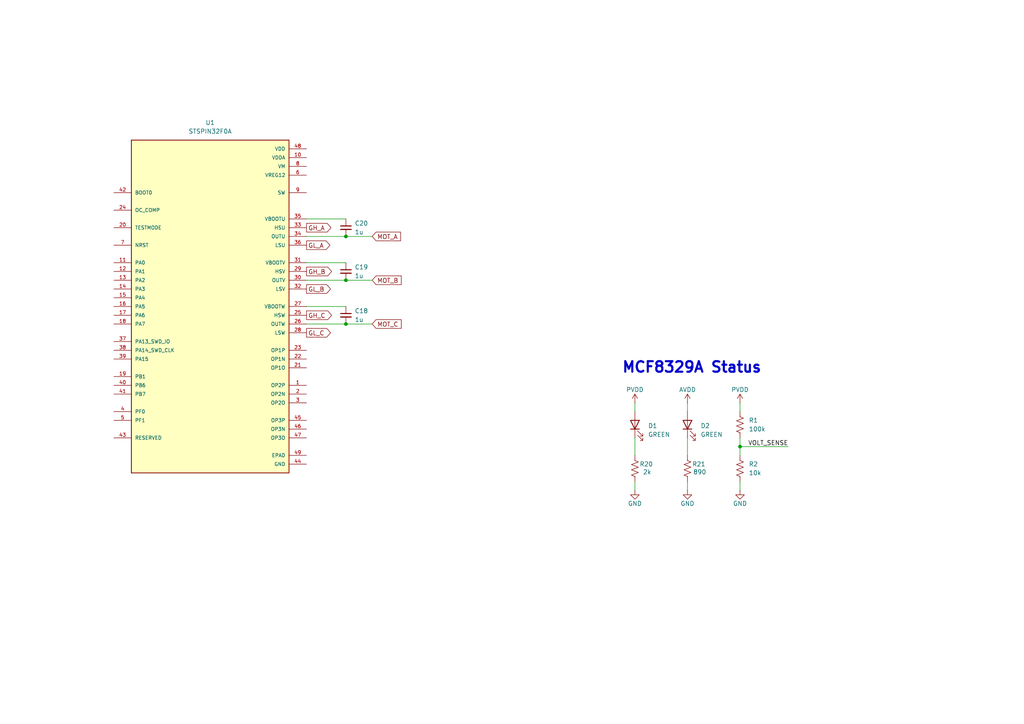
<source format=kicad_sch>
(kicad_sch (version 20231120) (generator "eeschema") (generator_version "8.0")
  (paper "A4")
  (title_block (title "Easy BLDC") (date "2024-08-06") (rev "2.0") (company "Peter Buckley Engineering"))
  (lib_symbols
    (symbol "Device:C_Small" (pin_numbers hide) (pin_names (offset 0.254) hide)
      (property "Reference" "C" (at 0.254 1.778 0))
      (property "Value" "C_Small" (at 0.254 -2.032 0))
      (symbol "C_Small_0_1"
        (polyline (pts (xy -1.524 -0.508) (xy 1.524 -0.508)) (stroke (width 0.3302)))
        (polyline (pts (xy -1.524 0.508) (xy 1.524 0.508)) (stroke (width 0.3048)))
      )
      (symbol "C_Small_1_1"
        (pin passive line (at 0 2.54 270) (length 2.032) (name "~") (number "1"))
        (pin passive line (at 0 -2.54 90) (length 2.032) (name "~") (number "2"))
      )
    )
    (symbol "Device:LED" (pin_numbers hide) (pin_names (offset 1.016) hide)
      (property "Reference" "D" (at 0 2.54 0))
      (property "Value" "LED" (at 0 -2.54 0))
      (symbol "LED_0_1"
        (polyline (pts (xy -1.27 -1.27) (xy -1.27 1.27)) (stroke (width 0.254)))
        (polyline (pts (xy -1.27 0) (xy 1.27 0)))
        (polyline (pts (xy 1.27 -1.27) (xy 1.27 1.27) (xy -1.27 0) (xy 1.27 -1.27)) (stroke (width 0.254)))
        (polyline (pts (xy -3.048 -0.762) (xy -4.572 -2.286) (xy -3.81 -2.286) (xy -4.572 -2.286) (xy -4.572 -1.524)))
        (polyline (pts (xy -1.778 -0.762) (xy -3.302 -2.286) (xy -2.54 -2.286) (xy -3.302 -2.286) (xy -3.302 -1.524)))
      )
      (symbol "LED_1_1"
        (pin passive line (at -3.81 0 0) (length 2.54) (name "K") (number "1"))
        (pin passive line (at 3.81 0 180) (length 2.54) (name "A") (number "2"))
      )
    )
    (symbol "Device:R_US" (pin_numbers hide) (pin_names (offset 0))
      (property "Reference" "R" (at 2.54 0 90))
      (property "Value" "R_US" (at -2.54 0 90))
      (symbol "R_US_0_1"
        (polyline (pts (xy 0 -2.286) (xy 0 -2.54)))
        (polyline (pts (xy 0 2.286) (xy 0 2.54)))
        (polyline (pts (xy 0 -0.762) (xy 1.016 -1.143) (xy 0 -1.524) (xy -1.016 -1.905) (xy 0 -2.286)))
        (polyline (pts (xy 0 0.762) (xy 1.016 0.381) (xy 0 0) (xy -1.016 -0.381) (xy 0 -0.762)))
        (polyline (pts (xy 0 2.286) (xy 1.016 1.905) (xy 0 1.524) (xy -1.016 1.143) (xy 0 0.762)))
      )
      (symbol "R_US_1_1"
        (pin passive line (at 0 3.81 270) (length 1.27) (name "~") (number "1"))
        (pin passive line (at 0 -3.81 90) (length 1.27) (name "~") (number "2"))
      )
    )
    (symbol "EasyBLDC:STSPIN32F0A" (pin_names (offset 1.016))
      (property "Reference" "U" (at -22.86 49.53 0))
      (property "Value" "STSPIN32F0A" (at -22.86 -49.53 0))
      (symbol "STSPIN32F0A_0_0"
        (rectangle (start -22.86 -48.26) (end 22.86 48.26) (stroke (width 0.254)) (fill (type background)))
        (pin input line (at 27.94 -22.86 180) (length 5.08) (name "OP2P") (number "1"))
        (pin power_in line (at 27.94 43.18 180) (length 5.08) (name "VDDA") (number "10"))
        (pin bidirectional line (at -27.94 12.7 0) (length 5.08) (name "PA0") (number "11"))
        (pin bidirectional line (at -27.94 10.16 0) (length 5.08) (name "PA1") (number "12"))
        (pin bidirectional line (at -27.94 7.62 0) (length 5.08) (name "PA2") (number "13"))
        (pin bidirectional line (at -27.94 5.08 0) (length 5.08) (name "PA3") (number "14"))
        (pin bidirectional line (at -27.94 2.54 0) (length 5.08) (name "PA4") (number "15"))
        (pin bidirectional line (at -27.94 0 0) (length 5.08) (name "PA5") (number "16"))
        (pin bidirectional line (at -27.94 -2.54 0) (length 5.08) (name "PA6") (number "17"))
        (pin bidirectional line (at -27.94 -5.08 0) (length 5.08) (name "PA7") (number "18"))
        (pin bidirectional line (at -27.94 -20.32 0) (length 5.08) (name "PB1") (number "19"))
        (pin input line (at 27.94 -25.4 180) (length 5.08) (name "OP2N") (number "2"))
        (pin input line (at -27.94 22.86 0) (length 5.08) (name "TESTMODE") (number "20"))
        (pin output line (at 27.94 -17.78 180) (length 5.08) (name "OP1O") (number "21"))
        (pin input line (at 27.94 -15.24 180) (length 5.08) (name "OP1N") (number "22"))
        (pin input line (at 27.94 -12.7 180) (length 5.08) (name "OP1P") (number "23"))
        (pin input line (at -27.94 27.94 0) (length 5.08) (name "OC_COMP") (number "24"))
        (pin output line (at 27.94 -2.54 180) (length 5.08) (name "HSW") (number "25"))
        (pin output line (at 27.94 -5.08 180) (length 5.08) (name "OUTW") (number "26"))
        (pin power_in line (at 27.94 0 180) (length 5.08) (name "VBOOTW") (number "27"))
        (pin output line (at 27.94 -7.62 180) (length 5.08) (name "LSW") (number "28"))
        (pin output line (at 27.94 10.16 180) (length 5.08) (name "HSV") (number "29"))
        (pin output line (at 27.94 -27.94 180) (length 5.08) (name "OP2O") (number "3"))
        (pin output line (at 27.94 7.62 180) (length 5.08) (name "OUTV") (number "30"))
        (pin power_in line (at 27.94 12.7 180) (length 5.08) (name "VBOOTV") (number "31"))
        (pin output line (at 27.94 5.08 180) (length 5.08) (name "LSV") (number "32"))
        (pin output line (at 27.94 22.86 180) (length 5.08) (name "HSU") (number "33"))
        (pin output line (at 27.94 20.32 180) (length 5.08) (name "OUTU") (number "34"))
        (pin power_in line (at 27.94 25.4 180) (length 5.08) (name "VBOOTU") (number "35"))
        (pin output line (at 27.94 17.78 180) (length 5.08) (name "LSU") (number "36"))
        (pin bidirectional line (at -27.94 -10.16 0) (length 5.08) (name "PA13_SWD_IO") (number "37"))
        (pin bidirectional line (at -27.94 -12.7 0) (length 5.08) (name "PA14_SWD_CLK") (number "38"))
        (pin bidirectional line (at -27.94 -15.24 0) (length 5.08) (name "PA15") (number "39"))
        (pin bidirectional line (at -27.94 -30.48 0) (length 5.08) (name "PF0") (number "4"))
        (pin bidirectional line (at -27.94 -22.86 0) (length 5.08) (name "PB6") (number "40"))
        (pin bidirectional line (at -27.94 -25.4 0) (length 5.08) (name "PB7") (number "41"))
        (pin input line (at -27.94 33.02 0) (length 5.08) (name "BOOT0") (number "42"))
        (pin passive line (at -27.94 -38.1 0) (length 5.08) (name "RESERVED") (number "43"))
        (pin power_in line (at 27.94 -45.72 180) (length 5.08) (name "GND") (number "44"))
        (pin input line (at 27.94 -33.02 180) (length 5.08) (name "OP3P") (number "45"))
        (pin input line (at 27.94 -35.56 180) (length 5.08) (name "OP3N") (number "46"))
        (pin output line (at 27.94 -38.1 180) (length 5.08) (name "OP3O") (number "47"))
        (pin power_in line (at 27.94 45.72 180) (length 5.08) (name "VDD") (number "48"))
        (pin power_in line (at 27.94 -43.18 180) (length 5.08) (name "EPAD") (number "49"))
        (pin bidirectional line (at -27.94 -33.02 0) (length 5.08) (name "PF1") (number "5"))
        (pin power_in line (at 27.94 38.1 180) (length 5.08) (name "VREG12") (number "6"))
        (pin bidirectional line (at -27.94 17.78 0) (length 5.08) (name "NRST") (number "7"))
        (pin power_in line (at 27.94 40.64 180) (length 5.08) (name "VM") (number "8"))
        (pin output line (at 27.94 33.02 180) (length 5.08) (name "SW") (number "9"))
      )
    )
    (symbol "power:+1V1" (power) (pin_numbers hide) (pin_names (offset 0) hide)
      (property "Value" "+1V1" (at 0 3.556 0))
      (symbol "+1V1_0_1"
        (polyline (pts (xy -0.762 1.27) (xy 0 2.54)))
        (polyline (pts (xy 0 0) (xy 0 2.54)))
        (polyline (pts (xy 0 2.54) (xy 0.762 1.27)))
      )
      (symbol "+1V1_1_1"
        (pin power_in line (at 0 0 90) (length 0) (name "~") (number "1"))
      )
    )
    (symbol "power:GND" (power) (pin_numbers hide) (pin_names (offset 0) hide)
      (property "Value" "GND" (at 0 -3.81 0))
      (symbol "GND_0_1"
        (polyline (pts (xy 0 0) (xy 0 -1.27) (xy 1.27 -1.27) (xy 0 -2.54) (xy -1.27 -1.27) (xy 0 -1.27)))
      )
      (symbol "GND_1_1"
        (pin power_in line (at 0 0 270) (length 0) (name "~") (number "1"))
      )
    )
    (symbol "power:VDC" (power) (pin_numbers hide) (pin_names (offset 0) hide)
      (property "Value" "VDC" (at 0 3.556 0))
      (symbol "VDC_0_1"
        (polyline (pts (xy -0.762 1.27) (xy 0 2.54)))
        (polyline (pts (xy 0 0) (xy 0 2.54)))
        (polyline (pts (xy 0 2.54) (xy 0.762 1.27)))
      )
      (symbol "VDC_1_1"
        (pin power_in line (at 0 0 90) (length 0) (name "~") (number "1"))
      )
    )
  )
  (junction (at 100.33 68.58))
  (junction (at 214.63 129.54))
  (junction (at 100.33 81.28))
  (junction (at 100.33 93.98))
  (wire (pts (xy 100.33 68.58) (xy 88.9 68.58)))
  (wire (pts (xy 199.39 116.84) (xy 199.39 119.38)))
  (wire (pts (xy 214.63 129.54) (xy 228.6 129.54)))
  (wire (pts (xy 214.63 127) (xy 214.63 129.54)))
  (wire (pts (xy 88.9 76.2) (xy 100.33 76.2)))
  (wire (pts (xy 100.33 81.28) (xy 88.9 81.28)))
  (wire (pts (xy 184.15 127) (xy 184.15 132.08)))
  (wire (pts (xy 214.63 129.54) (xy 214.63 132.08)))
  (wire (pts (xy 107.95 68.58) (xy 100.33 68.58)))
  (wire (pts (xy 107.95 81.28) (xy 100.33 81.28)))
  (wire (pts (xy 199.39 139.7) (xy 199.39 142.24)))
  (wire (pts (xy 184.15 116.84) (xy 184.15 119.38)))
  (wire (pts (xy 214.63 139.7) (xy 214.63 142.24)))
  (wire (pts (xy 184.15 139.7) (xy 184.15 142.24)))
  (wire (pts (xy 88.9 93.98) (xy 100.33 93.98)))
  (wire (pts (xy 107.95 93.98) (xy 100.33 93.98)))
  (wire (pts (xy 88.9 63.5) (xy 100.33 63.5)))
  (wire (pts (xy 88.9 88.9) (xy 100.33 88.9)))
  (wire (pts (xy 214.63 116.84) (xy 214.63 119.38)))
  (wire (pts (xy 199.39 127) (xy 199.39 132.08)))
  (text "MCF8329A Status\n" (at 200.66 106.68 0) (effects (font (size 3.048 3.048) (bold yes))))
  (label "VOLT_SENSE" (at 228.6 129.54 180))
  (global_label "GH_B" (shape output) (at 88.9 78.74 0) (property "Intersheetrefs" "${INTERSHEET_REFS}" (effects (hide yes))))
  (global_label "MOT_C" (shape input) (at 107.95 93.98 0) (property "Intersheetrefs" "${INTERSHEET_REFS}" (effects (hide yes))))
  (global_label "MOT_B" (shape input) (at 107.95 81.28 0) (property "Intersheetrefs" "${INTERSHEET_REFS}" (effects (hide yes))))
  (global_label "GL_C" (shape output) (at 88.9 96.52 0) (property "Intersheetrefs" "${INTERSHEET_REFS}" (effects (hide yes))))
  (global_label "GH_A" (shape output) (at 88.9 66.04 0) (property "Intersheetrefs" "${INTERSHEET_REFS}" (effects (hide yes))))
  (global_label "GH_C" (shape output) (at 88.9 91.44 0) (property "Intersheetrefs" "${INTERSHEET_REFS}" (effects (hide yes))))
  (global_label "MOT_A" (shape input) (at 107.95 68.58 0) (property "Intersheetrefs" "${INTERSHEET_REFS}" (effects (hide yes))))
  (global_label "GL_B" (shape output) (at 88.9 83.82 0) (property "Intersheetrefs" "${INTERSHEET_REFS}" (effects (hide yes))))
  (global_label "GL_A" (shape output) (at 88.9 71.12 0) (property "Intersheetrefs" "${INTERSHEET_REFS}" (effects (hide yes))))
  (symbol (lib_id "Device:LED") (at 184.15 123.19 90) (unit 1)
    (property "Reference" "D1" (at 187.96 123.5074 90) (effects (justify right)))
    (property "Value" "GREEN" (at 187.96 126.0474 90) (effects (justify right)))
    (property "Footprint" "LED_SMD:LED_0805_2012Metric" (effects (hide yes)))
    (property "Description" "Light emitting diode" (effects (hide yes)))
  )
  (symbol (lib_id "Device:R_US") (at 214.63 123.19 0) (unit 1)
    (property "Reference" "R1" (at 217.17 121.9199 0) (effects (justify left)))
    (property "Value" "100k" (at 217.17 124.4599 0) (effects (justify left)))
    (property "Description" "Resistor, US symbol" (effects (hide yes)))
  )
  (symbol (lib_id "power:VDC") (at 214.63 116.84 0) (unit 1)
    (property "Reference" "#PWR02" (effects (hide yes)))
    (property "Value" "PVDD" (at 214.63 113.03 0))
    (property "Description" "Power symbol creates a global label with name \"VDC\"" (effects (hide yes)))
  )
  (symbol (lib_id "Device:C_Small") (at 100.33 78.74 0) (unit 1)
    (property "Reference" "C19" (at 102.87 77.4762 0) (effects (justify left)))
    (property "Value" "1u" (at 102.87 80.0162 0) (effects (justify left)))
    (property "Description" "Unpolarized capacitor, small symbol" (effects (hide yes)))
  )
  (symbol (lib_id "Device:LED") (at 199.39 123.19 90) (unit 1)
    (property "Reference" "D2" (at 203.2 123.5074 90) (effects (justify right)))
    (property "Value" "GREEN" (at 203.2 126.0474 90) (effects (justify right)))
    (property "Footprint" "LED_SMD:LED_0805_2012Metric" (effects (hide yes)))
    (property "Description" "Light emitting diode" (effects (hide yes)))
  )
  (symbol (lib_id "power:GND") (at 214.63 142.24 0) (unit 1)
    (property "Reference" "#PWR03" (effects (hide yes)))
    (property "Value" "GND" (at 214.63 146.05 0))
    (property "Description" "Power symbol creates a global label with name \"GND\" , ground" (effects (hide yes)))
  )
  (symbol (lib_id "EasyBLDC:STSPIN32F0A") (at 60.96 88.9 0) (unit 1)
    (property "Reference" "U1" (at 60.96 35.56 0))
    (property "Value" "STSPIN32F0A" (at 60.96 38.1 0))
    (property "Footprint" "STSPIN32F0A:IC_STSPIN32F0A" (effects (hide yes)))
    (property "MF" "STMicroelectronics" (effects (hide yes)))
    (property "MAXIMUM_PACKAGE_HEIGHT" "1.1 mm" (effects (hide yes)))
    (property "Package" "VFQFPN-48 STMicroelectronics" (effects (hide yes)))
    (property "Price" "None" (effects (hide yes)))
    (property "Check_prices" "https://www.snapeda.com/parts/STSPIN32F0A/STMicroelectronics/view-part/?ref=eda" (effects (hide yes)))
    (property "STANDARD" "Manufacturer Recommendations" (effects (hide yes)))
    (property "PARTREV" "2" (effects (hide yes)))
    (property "SnapEDA_Link" "https://www.snapeda.com/parts/STSPIN32F0A/STMicroelectronics/view-part/?ref=snap" (effects (hide yes)))
    (property "MP" "STSPIN32F0A" (effects (hide yes)))
    (property "Description_1" "\n                        \n                            IC BLDC CTLR STM32 48VFQFPN\n                        \n" (effects (hide yes)))
    (property "MANUFACTURER" "STMicroelectronics" (effects (hide yes)))
    (property "Availability" "In Stock" (effects (hide yes)))
    (property "SNAPEDA_PN" "STSPIN32F0ATR" (effects (hide yes)))
  )
  (symbol (lib_id "power:GND") (at 184.15 142.24 0) (unit 1)
    (property "Reference" "#PWR023" (effects (hide yes)))
    (property "Value" "GND" (at 184.15 146.05 0))
    (property "Description" "Power symbol creates a global label with name \"GND\" , ground" (effects (hide yes)))
  )
  (symbol (lib_id "Device:R_US") (at 184.15 135.89 180) (unit 1)
    (property "Reference" "R20" (at 187.452 134.62 0))
    (property "Value" "2k" (at 187.706 136.906 0))
    (property "Footprint" "Resistor_SMD:R_0603_1608Metric" (effects (hide yes)))
    (property "Description" "Resistor, US symbol" (effects (hide yes)))
  )
  (symbol (lib_id "Device:C_Small") (at 100.33 91.44 0) (unit 1)
    (property "Reference" "C18" (at 102.87 90.1762 0) (effects (justify left)))
    (property "Value" "1u" (at 102.87 92.7162 0) (effects (justify left)))
    (property "Description" "Unpolarized capacitor, small symbol" (effects (hide yes)))
  )
  (symbol (lib_id "Device:C_Small") (at 100.33 66.04 0) (unit 1)
    (property "Reference" "C20" (at 102.87 64.7762 0) (effects (justify left)))
    (property "Value" "1u" (at 102.87 67.3162 0) (effects (justify left)))
    (property "Description" "Unpolarized capacitor, small symbol" (effects (hide yes)))
  )
  (symbol (lib_id "Device:R_US") (at 199.39 135.89 180) (unit 1)
    (property "Reference" "R21" (at 202.692 134.62 0))
    (property "Value" "890" (at 202.946 136.906 0))
    (property "Footprint" "Resistor_SMD:R_0603_1608Metric" (effects (hide yes)))
    (property "Description" "Resistor, US symbol" (effects (hide yes)))
  )
  (symbol (lib_id "power:+1V1") (at 184.15 116.84 0) (unit 1)
    (property "Reference" "#PWR019" (effects (hide yes)))
    (property "Value" "PVDD" (at 184.15 113.03 0))
    (property "Description" "Power symbol creates a global label with name \"+1V1\"" (effects (hide yes)))
  )
  (symbol (lib_id "power:GND") (at 199.39 142.24 0) (unit 1)
    (property "Reference" "#PWR024" (effects (hide yes)))
    (property "Value" "GND" (at 199.39 146.05 0))
    (property "Description" "Power symbol creates a global label with name \"GND\" , ground" (effects (hide yes)))
  )
  (symbol (lib_id "Device:R_US") (at 214.63 135.89 0) (unit 1)
    (property "Reference" "R2" (at 217.17 134.6199 0) (effects (justify left)))
    (property "Value" "10k" (at 217.17 137.1599 0) (effects (justify left)))
    (property "Description" "Resistor, US symbol" (effects (hide yes)))
  )
  (symbol (lib_id "power:+1V1") (at 199.39 116.84 0) (unit 1)
    (property "Reference" "#PWR020" (effects (hide yes)))
    (property "Value" "AVDD" (at 199.39 113.03 0))
    (property "Description" "Power symbol creates a global label with name \"+1V1\"" (effects (hide yes)))
  )
)
</source>
